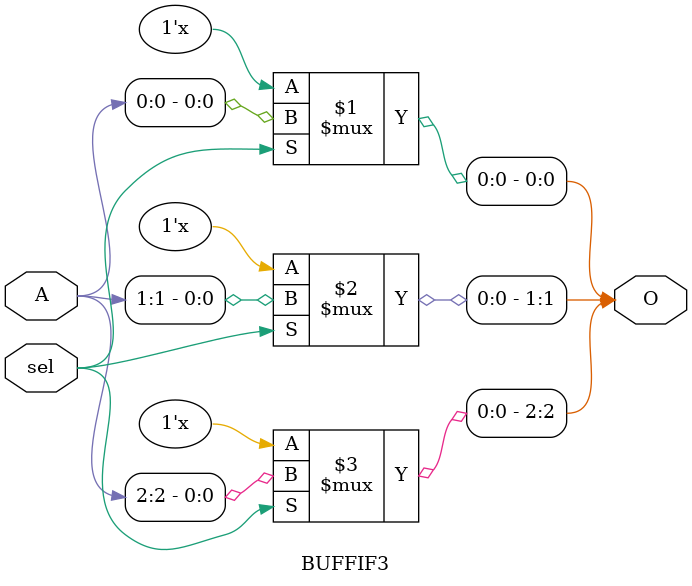
<source format=v>
module BUFFIF3(A, sel, O);
input[2:0] A;
input sel;
output[2:0] O;

bufif1 b0(O[0], A[0], sel);
bufif1 b1(O[1], A[1], sel);
bufif1 b2(O[2], A[2], sel);

endmodule

</source>
